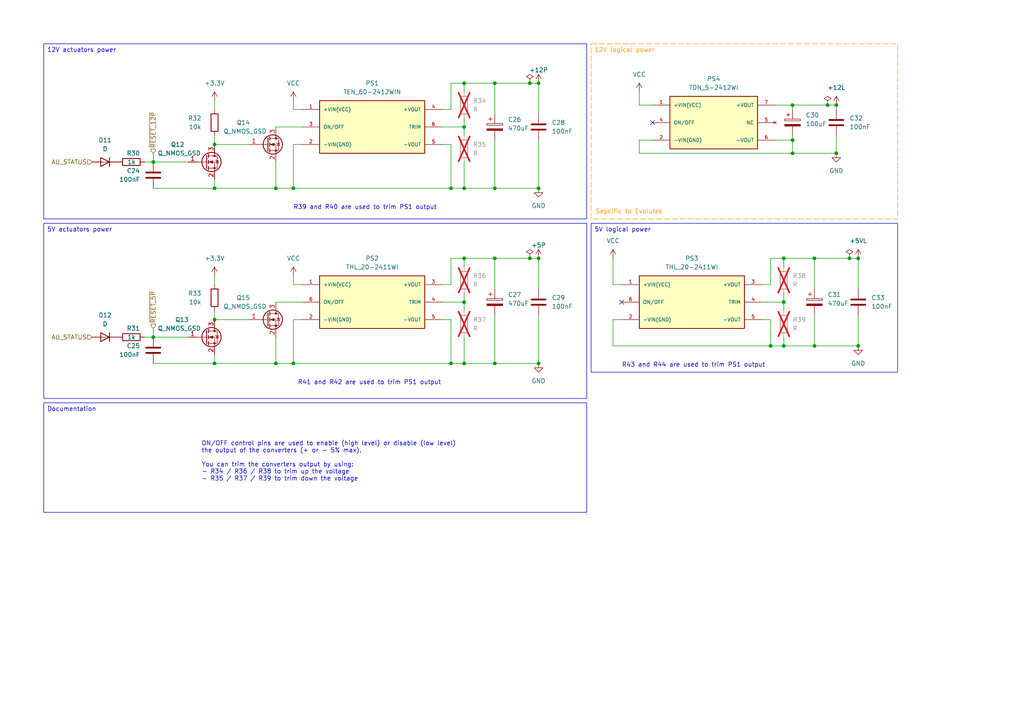
<source format=kicad_sch>
(kicad_sch (version 20230121) (generator eeschema)
  (paper "A4")
  (title_block (title "Carte Alim") (date "2025-01-15") (rev "V5.1"))
  (lib_symbols
    (symbol "ComponentsEvo:TDN_5-2412WI" (pin_names (offset 1.016))
      (property "Reference" "PS" (at -12.7 8.128 0))
      (property "Value" "TDN_5-2412WI" (at -12.7 -10.16 0))
      (symbol "TDN_5-2412WI_0_0"
        (rectangle (start -12.7 -7.62) (end 12.7 7.62) (stroke (width 0.254)) (fill (type background)))
        (pin input line (at -17.78 5.08 0) (length 5.08) (name "+VIN(VCC)") (number "1"))
        (pin input line (at -17.78 -5.08 0) (length 5.08) (name "-VIN(GND)") (number "2"))
        (pin input line (at -17.78 0 0) (length 5.08) (name "ON/OFF") (number "4"))
        (pin no_connect line (at 17.78 0 180) (length 5.08) (name "NC") (number "5"))
        (pin output line (at 17.78 -5.08 180) (length 5.08) (name "-VOUT") (number "6"))
        (pin output line (at 17.78 5.08 180) (length 5.08) (name "+VOUT") (number "7"))
      )
    )
    (symbol "ComponentsEvo:TEN_60-2412WIN" (pin_names (offset 1.016))
      (property "Reference" "PS" (at -15.24 10.16 0))
      (property "Value" "TEN_60-2412WIN" (at -15.24 -10.16 0))
      (symbol "TEN_60-2412WIN_0_0"
        (rectangle (start -15.24 -7.62) (end 15.24 7.62) (stroke (width 0.254)) (fill (type background)))
        (pin input line (at -20.32 5.08 0) (length 5.08) (name "+VIN(VCC)") (number "1"))
        (pin input line (at -20.32 -5.08 0) (length 5.08) (name "-VIN(GND)") (number "2"))
        (pin input line (at -20.32 0 0) (length 5.08) (name "ON/OFF") (number "3"))
        (pin output line (at 20.32 5.08 180) (length 5.08) (name "+VOUT") (number "4"))
        (pin output line (at 20.32 -5.08 180) (length 5.08) (name "-VOUT") (number "5"))
        (pin passive line (at 20.32 0 180) (length 5.08) (name "TRIM") (number "6"))
      )
    )
    (symbol "ComponentsEvo:THL_20-2411WI" (pin_names (offset 1.016))
      (property "Reference" "PS" (at -15.24 8.382 0))
      (property "Value" "THL_20-2411WI" (at -15.24 -10.16 0))
      (symbol "THL_20-2411WI_0_0"
        (rectangle (start -15.24 -7.62) (end 15.24 7.62) (stroke (width 0.254)) (fill (type background)))
        (pin input line (at -20.32 5.08 0) (length 5.08) (name "+VIN(VCC)") (number "1"))
        (pin input line (at -20.32 -5.08 0) (length 5.08) (name "-VIN(GND)") (number "2"))
        (pin output line (at 20.32 5.08 180) (length 5.08) (name "+VOUT") (number "3"))
        (pin passive line (at 20.32 0 180) (length 5.08) (name "TRIM") (number "4"))
        (pin output line (at 20.32 -5.08 180) (length 5.08) (name "-VOUT") (number "5"))
        (pin input line (at -20.32 0 0) (length 5.08) (name "ON/OFF") (number "6"))
      )
    )
    (symbol "Device:C" (pin_numbers hide) (pin_names (offset 0.254))
      (property "Reference" "C" (at 0.635 2.54 0))
      (property "Value" "C" (at 0.635 -2.54 0))
      (symbol "C_0_1"
        (polyline (pts (xy -2.032 -0.762) (xy 2.032 -0.762)) (stroke (width 0.508)))
        (polyline (pts (xy -2.032 0.762) (xy 2.032 0.762)) (stroke (width 0.508)))
      )
      (symbol "C_1_1"
        (pin passive line (at 0 3.81 270) (length 2.794) (name "~") (number "1"))
        (pin passive line (at 0 -3.81 90) (length 2.794) (name "~") (number "2"))
      )
    )
    (symbol "Device:C_Polarized" (pin_numbers hide) (pin_names (offset 0.254))
      (property "Reference" "C" (at 0.635 2.54 0))
      (property "Value" "C_Polarized" (at 0.635 -2.54 0))
      (symbol "C_Polarized_0_1"
        (rectangle (start -2.286 0.508) (end 2.286 1.016))
        (polyline (pts (xy -1.778 2.286) (xy -0.762 2.286)))
        (polyline (pts (xy -1.27 2.794) (xy -1.27 1.778)))
        (rectangle (start 2.286 -0.508) (end -2.286 -1.016) (fill (type outline)))
      )
      (symbol "C_Polarized_1_1"
        (pin passive line (at 0 3.81 270) (length 2.794) (name "~") (number "1"))
        (pin passive line (at 0 -3.81 90) (length 2.794) (name "~") (number "2"))
      )
    )
    (symbol "Device:D" (pin_numbers hide) (pin_names (offset 1.016) hide)
      (property "Reference" "D" (at 0 2.54 0))
      (property "Value" "D" (at 0 -2.54 0))
      (symbol "D_0_1"
        (polyline (pts (xy -1.27 1.27) (xy -1.27 -1.27)) (stroke (width 0.254)))
        (polyline (pts (xy 1.27 0) (xy -1.27 0)))
        (polyline (pts (xy 1.27 1.27) (xy 1.27 -1.27) (xy -1.27 0) (xy 1.27 1.27)) (stroke (width 0.254)))
      )
      (symbol "D_1_1"
        (pin passive line (at -3.81 0 0) (length 2.54) (name "K") (number "1"))
        (pin passive line (at 3.81 0 180) (length 2.54) (name "A") (number "2"))
      )
    )
    (symbol "Device:Q_NMOS_GSD" (pin_names (offset 0) hide)
      (property "Reference" "Q" (at 5.08 1.27 0))
      (property "Value" "Q_NMOS_GSD" (at 5.08 -1.27 0))
      (symbol "Q_NMOS_GSD_0_1"
        (polyline (pts (xy 0.254 0) (xy -2.54 0)))
        (polyline (pts (xy 0.254 1.905) (xy 0.254 -1.905)) (stroke (width 0.254)))
        (polyline (pts (xy 0.762 -1.27) (xy 0.762 -2.286)) (stroke (width 0.254)))
        (polyline (pts (xy 0.762 0.508) (xy 0.762 -0.508)) (stroke (width 0.254)))
        (polyline (pts (xy 0.762 2.286) (xy 0.762 1.27)) (stroke (width 0.254)))
        (polyline (pts (xy 2.54 2.54) (xy 2.54 1.778)))
        (polyline (pts (xy 2.54 -2.54) (xy 2.54 0) (xy 0.762 0)))
        (polyline (pts (xy 0.762 -1.778) (xy 3.302 -1.778) (xy 3.302 1.778) (xy 0.762 1.778)))
        (polyline (pts (xy 1.016 0) (xy 2.032 0.381) (xy 2.032 -0.381) (xy 1.016 0)) (fill (type outline)))
        (polyline (pts (xy 2.794 0.508) (xy 2.921 0.381) (xy 3.683 0.381) (xy 3.81 0.254)))
        (polyline (pts (xy 3.302 0.381) (xy 2.921 -0.254) (xy 3.683 -0.254) (xy 3.302 0.381)))
        (circle (center 1.651 0) (radius 2.794) (stroke (width 0.254)))
        (circle (center 2.54 -1.778) (radius 0.254) (fill (type outline)))
        (circle (center 2.54 1.778) (radius 0.254) (fill (type outline)))
      )
      (symbol "Q_NMOS_GSD_1_1"
        (pin input line (at -5.08 0 0) (length 2.54) (name "G") (number "1"))
        (pin passive line (at 2.54 -5.08 90) (length 2.54) (name "S") (number "2"))
        (pin passive line (at 2.54 5.08 270) (length 2.54) (name "D") (number "3"))
      )
    )
    (symbol "Device:R" (pin_numbers hide) (pin_names (offset 0))
      (property "Reference" "R" (at 2.032 0 90))
      (property "Value" "R" (at 0 0 90))
      (symbol "R_0_1"
        (rectangle (start -1.016 -2.54) (end 1.016 2.54) (stroke (width 0.254)))
      )
      (symbol "R_1_1"
        (pin passive line (at 0 3.81 270) (length 1.27) (name "~") (number "1"))
        (pin passive line (at 0 -3.81 90) (length 1.27) (name "~") (number "2"))
      )
    )
    (symbol "power:+12L" (power) (pin_names (offset 0))
      (property "Value" "+12L" (at 0 3.556 0))
      (symbol "+12L_0_1"
        (polyline (pts (xy -0.762 1.27) (xy 0 2.54)))
        (polyline (pts (xy 0 0) (xy 0 2.54)))
        (polyline (pts (xy 0 2.54) (xy 0.762 1.27)))
      )
      (symbol "+12L_1_1"
        (pin power_in line (at 0 0 90) (length 0) hide (name "+12L") (number "1"))
      )
    )
    (symbol "power:+12P" (power) (pin_names (offset 0))
      (property "Value" "+12P" (at 0 3.556 0))
      (symbol "+12P_0_1"
        (polyline (pts (xy -0.762 1.27) (xy 0 2.54)))
        (polyline (pts (xy 0 0) (xy 0 2.54)))
        (polyline (pts (xy 0 2.54) (xy 0.762 1.27)))
      )
      (symbol "+12P_1_1"
        (pin power_in line (at 0 0 90) (length 0) hide (name "+12P") (number "1"))
      )
    )
    (symbol "power:+3.3V" (power) (pin_names (offset 0))
      (property "Value" "+3.3V" (at 0 3.556 0))
      (symbol "+3.3V_0_1"
        (polyline (pts (xy -0.762 1.27) (xy 0 2.54)))
        (polyline (pts (xy 0 0) (xy 0 2.54)))
        (polyline (pts (xy 0 2.54) (xy 0.762 1.27)))
      )
      (symbol "+3.3V_1_1"
        (pin power_in line (at 0 0 90) (length 0) hide (name "+3.3V") (number "1"))
      )
    )
    (symbol "power:+5P" (power) (pin_names (offset 0))
      (property "Value" "+5P" (at 0 3.556 0))
      (symbol "+5P_0_1"
        (polyline (pts (xy -0.762 1.27) (xy 0 2.54)))
        (polyline (pts (xy 0 0) (xy 0 2.54)))
        (polyline (pts (xy 0 2.54) (xy 0.762 1.27)))
      )
      (symbol "+5P_1_1"
        (pin power_in line (at 0 0 90) (length 0) hide (name "+5P") (number "1"))
      )
    )
    (symbol "power:+5VL" (power) (pin_names (offset 0))
      (property "Value" "+5VL" (at 0 3.556 0))
      (symbol "+5VL_0_1"
        (polyline (pts (xy -0.762 1.27) (xy 0 2.54)))
        (polyline (pts (xy 0 0) (xy 0 2.54)))
        (polyline (pts (xy 0 2.54) (xy 0.762 1.27)))
      )
      (symbol "+5VL_1_1"
        (pin power_in line (at 0 0 90) (length 0) hide (name "+5VL") (number "1"))
      )
    )
    (symbol "power:GND" (power) (pin_names (offset 0))
      (property "Value" "GND" (at 0 -3.81 0))
      (symbol "GND_0_1"
        (polyline (pts (xy 0 0) (xy 0 -1.27) (xy 1.27 -1.27) (xy 0 -2.54) (xy -1.27 -1.27) (xy 0 -1.27)))
      )
      (symbol "GND_1_1"
        (pin power_in line (at 0 0 270) (length 0) hide (name "GND") (number "1"))
      )
    )
    (symbol "power:PWR_FLAG" (power) (pin_numbers hide) (pin_names (offset 0) hide)
      (property "Value" "PWR_FLAG" (at 0 3.81 0))
      (symbol "PWR_FLAG_0_0"
        (pin power_out line (at 0 0 90) (length 0) (name "pwr") (number "1"))
      )
      (symbol "PWR_FLAG_0_1"
        (polyline (pts (xy 0 0) (xy 0 1.27) (xy -1.016 1.905) (xy 0 2.54) (xy 1.016 1.905) (xy 0 1.27)))
      )
    )
    (symbol "power:VCC" (power) (pin_names (offset 0))
      (property "Value" "VCC" (at 0 3.81 0))
      (symbol "VCC_0_1"
        (polyline (pts (xy -0.762 1.27) (xy 0 2.54)))
        (polyline (pts (xy 0 0) (xy 0 2.54)))
        (polyline (pts (xy 0 2.54) (xy 0.762 1.27)))
      )
      (symbol "VCC_1_1"
        (pin power_in line (at 0 0 90) (length 0) hide (name "VCC") (number "1"))
      )
    )
  )
  (junction (at 143.51 105.41))
  (junction (at 229.87 30.48))
  (junction (at 134.62 87.63))
  (junction (at 143.51 54.61))
  (junction (at 134.62 105.41))
  (junction (at 248.92 100.33))
  (junction (at 130.81 54.61))
  (junction (at 240.03 30.48))
  (junction (at 143.51 74.93))
  (junction (at 156.21 74.93))
  (junction (at 223.52 100.33))
  (junction (at 227.33 74.93))
  (junction (at 44.45 97.79))
  (junction (at 246.38 74.93))
  (junction (at 134.62 54.61))
  (junction (at 80.01 105.41))
  (junction (at 134.62 36.83))
  (junction (at 62.23 92.71))
  (junction (at 153.67 74.93))
  (junction (at 156.21 54.61))
  (junction (at 62.23 54.61))
  (junction (at 80.01 54.61))
  (junction (at 236.22 100.33))
  (junction (at 62.23 41.91))
  (junction (at 227.33 87.63))
  (junction (at 248.92 74.93))
  (junction (at 242.57 44.45))
  (junction (at 134.62 24.13))
  (junction (at 85.09 105.41))
  (junction (at 229.87 40.64))
  (junction (at 134.62 74.93))
  (junction (at 44.45 46.99))
  (junction (at 229.87 44.45))
  (junction (at 156.21 105.41))
  (junction (at 143.51 24.13))
  (junction (at 242.57 30.48))
  (junction (at 236.22 74.93))
  (junction (at 62.23 105.41))
  (junction (at 130.81 105.41))
  (junction (at 153.67 24.13))
  (junction (at 156.21 24.13))
  (junction (at 85.09 54.61))
  (junction (at 227.33 100.33))
  (no_connect (at 180.34 87.63))
  (no_connect (at 189.23 35.56))
  (wire (pts (xy 224.79 30.48) (xy 229.87 30.48)))
  (wire (pts (xy 85.09 92.71) (xy 85.09 105.41)))
  (wire (pts (xy 72.39 41.91) (xy 62.23 41.91)))
  (wire (pts (xy 80.01 54.61) (xy 85.09 54.61)))
  (wire (pts (xy 85.09 80.01) (xy 85.09 82.55)))
  (wire (pts (xy 80.01 46.99) (xy 80.01 54.61)))
  (wire (pts (xy 242.57 44.45) (xy 242.57 39.37)))
  (wire (pts (xy 44.45 54.61) (xy 62.23 54.61)))
  (wire (pts (xy 143.51 54.61) (xy 156.21 54.61)))
  (wire (pts (xy 248.92 74.93) (xy 248.92 83.82)))
  (wire (pts (xy 85.09 41.91) (xy 85.09 54.61)))
  (wire (pts (xy 236.22 91.44) (xy 236.22 100.33)))
  (wire (pts (xy 156.21 24.13) (xy 156.21 33.02)))
  (wire (pts (xy 156.21 40.64) (xy 156.21 54.61)))
  (wire (pts (xy 223.52 92.71) (xy 223.52 100.33)))
  (wire (pts (xy 223.52 100.33) (xy 227.33 100.33)))
  (wire (pts (xy 236.22 100.33) (xy 227.33 100.33)))
  (wire (pts (xy 229.87 40.64) (xy 229.87 39.37)))
  (wire (pts (xy 44.45 95.25) (xy 44.45 97.79)))
  (wire (pts (xy 220.98 87.63) (xy 227.33 87.63)))
  (wire (pts (xy 180.34 92.71) (xy 177.8 92.71)))
  (wire (pts (xy 143.51 24.13) (xy 143.51 33.02)))
  (wire (pts (xy 220.98 92.71) (xy 223.52 92.71)))
  (wire (pts (xy 62.23 82.55) (xy 62.23 80.01)))
  (wire (pts (xy 130.81 54.61) (xy 134.62 54.61)))
  (wire (pts (xy 134.62 74.93) (xy 143.51 74.93)))
  (wire (pts (xy 62.23 52.07) (xy 62.23 54.61)))
  (wire (pts (xy 134.62 34.29) (xy 134.62 36.83)))
  (wire (pts (xy 134.62 74.93) (xy 134.62 77.47)))
  (wire (pts (xy 134.62 85.09) (xy 134.62 87.63)))
  (wire (pts (xy 62.23 29.21) (xy 62.23 31.75)))
  (wire (pts (xy 229.87 30.48) (xy 240.03 30.48)))
  (wire (pts (xy 134.62 24.13) (xy 134.62 26.67)))
  (wire (pts (xy 85.09 54.61) (xy 130.81 54.61)))
  (wire (pts (xy 185.42 44.45) (xy 185.42 40.64)))
  (wire (pts (xy 87.63 41.91) (xy 85.09 41.91)))
  (wire (pts (xy 223.52 74.93) (xy 223.52 82.55)))
  (wire (pts (xy 143.51 74.93) (xy 143.51 83.82)))
  (wire (pts (xy 130.81 74.93) (xy 130.81 82.55)))
  (wire (pts (xy 185.42 30.48) (xy 189.23 30.48)))
  (wire (pts (xy 134.62 54.61) (xy 143.51 54.61)))
  (wire (pts (xy 128.27 36.83) (xy 134.62 36.83)))
  (wire (pts (xy 134.62 105.41) (xy 143.51 105.41)))
  (wire (pts (xy 223.52 100.33) (xy 177.8 100.33)))
  (wire (pts (xy 130.81 105.41) (xy 134.62 105.41)))
  (wire (pts (xy 80.01 97.79) (xy 80.01 105.41)))
  (wire (pts (xy 134.62 39.37) (xy 134.62 36.83)))
  (wire (pts (xy 80.01 87.63) (xy 87.63 87.63)))
  (wire (pts (xy 220.98 82.55) (xy 223.52 82.55)))
  (wire (pts (xy 153.67 24.13) (xy 143.51 24.13)))
  (wire (pts (xy 156.21 91.44) (xy 156.21 105.41)))
  (wire (pts (xy 62.23 41.91) (xy 62.23 39.37)))
  (wire (pts (xy 87.63 92.71) (xy 85.09 92.71)))
  (wire (pts (xy 44.45 44.45) (xy 44.45 46.99)))
  (wire (pts (xy 62.23 90.17) (xy 62.23 92.71)))
  (wire (pts (xy 248.92 74.93) (xy 246.38 74.93)))
  (wire (pts (xy 143.51 105.41) (xy 156.21 105.41)))
  (wire (pts (xy 62.23 92.71) (xy 72.39 92.71)))
  (wire (pts (xy 85.09 82.55) (xy 87.63 82.55)))
  (wire (pts (xy 224.79 40.64) (xy 229.87 40.64)))
  (wire (pts (xy 227.33 90.17) (xy 227.33 87.63)))
  (wire (pts (xy 248.92 100.33) (xy 248.92 91.44)))
  (wire (pts (xy 130.81 92.71) (xy 130.81 105.41)))
  (wire (pts (xy 177.8 74.93) (xy 177.8 82.55)))
  (wire (pts (xy 227.33 74.93) (xy 236.22 74.93)))
  (wire (pts (xy 229.87 30.48) (xy 229.87 31.75)))
  (wire (pts (xy 227.33 74.93) (xy 227.33 77.47)))
  (wire (pts (xy 134.62 97.79) (xy 134.62 105.41)))
  (wire (pts (xy 85.09 31.75) (xy 87.63 31.75)))
  (wire (pts (xy 44.45 105.41) (xy 62.23 105.41)))
  (wire (pts (xy 240.03 30.48) (xy 242.57 30.48)))
  (wire (pts (xy 185.42 26.67) (xy 185.42 30.48)))
  (wire (pts (xy 143.51 40.64) (xy 143.51 54.61)))
  (wire (pts (xy 134.62 46.99) (xy 134.62 54.61)))
  (wire (pts (xy 80.01 105.41) (xy 85.09 105.41)))
  (wire (pts (xy 62.23 54.61) (xy 80.01 54.61)))
  (wire (pts (xy 223.52 74.93) (xy 227.33 74.93)))
  (wire (pts (xy 227.33 85.09) (xy 227.33 87.63)))
  (wire (pts (xy 130.81 31.75) (xy 130.81 24.13)))
  (wire (pts (xy 62.23 102.87) (xy 62.23 105.41)))
  (wire (pts (xy 85.09 29.21) (xy 85.09 31.75)))
  (wire (pts (xy 128.27 41.91) (xy 130.81 41.91)))
  (wire (pts (xy 85.09 105.41) (xy 130.81 105.41)))
  (wire (pts (xy 156.21 24.13) (xy 153.67 24.13)))
  (wire (pts (xy 153.67 74.93) (xy 143.51 74.93)))
  (wire (pts (xy 177.8 92.71) (xy 177.8 100.33)))
  (wire (pts (xy 44.45 46.99) (xy 54.61 46.99)))
  (wire (pts (xy 227.33 100.33) (xy 227.33 97.79)))
  (wire (pts (xy 128.27 31.75) (xy 130.81 31.75)))
  (wire (pts (xy 128.27 87.63) (xy 134.62 87.63)))
  (wire (pts (xy 41.91 46.99) (xy 44.45 46.99)))
  (wire (pts (xy 229.87 44.45) (xy 229.87 40.64)))
  (wire (pts (xy 130.81 41.91) (xy 130.81 54.61)))
  (wire (pts (xy 134.62 90.17) (xy 134.62 87.63)))
  (wire (pts (xy 156.21 74.93) (xy 156.21 83.82)))
  (wire (pts (xy 185.42 40.64) (xy 189.23 40.64)))
  (wire (pts (xy 236.22 100.33) (xy 248.92 100.33)))
  (wire (pts (xy 177.8 82.55) (xy 180.34 82.55)))
  (wire (pts (xy 242.57 30.48) (xy 242.57 31.75)))
  (wire (pts (xy 242.57 44.45) (xy 229.87 44.45)))
  (wire (pts (xy 62.23 105.41) (xy 80.01 105.41)))
  (wire (pts (xy 128.27 92.71) (xy 130.81 92.71)))
  (wire (pts (xy 229.87 44.45) (xy 185.42 44.45)))
  (wire (pts (xy 130.81 74.93) (xy 134.62 74.93)))
  (wire (pts (xy 44.45 97.79) (xy 54.61 97.79)))
  (wire (pts (xy 134.62 24.13) (xy 143.51 24.13)))
  (wire (pts (xy 156.21 74.93) (xy 153.67 74.93)))
  (wire (pts (xy 236.22 74.93) (xy 236.22 83.82)))
  (wire (pts (xy 143.51 91.44) (xy 143.51 105.41)))
  (wire (pts (xy 80.01 36.83) (xy 87.63 36.83)))
  (wire (pts (xy 246.38 74.93) (xy 236.22 74.93)))
  (wire (pts (xy 41.91 97.79) (xy 44.45 97.79)))
  (wire (pts (xy 128.27 82.55) (xy 130.81 82.55)))
  (wire (pts (xy 130.81 24.13) (xy 134.62 24.13)))
  (text_box "Documentation" (at 12.7 116.84 0) (size 157.48 31.75) (effects (font (size 1.27 1.27)) (justify left top)))
  (text_box "12V actuators power" (at 12.7 12.7 0) (size 157.48 50.8) (effects (font (size 1.27 1.27)) (justify left top)))
  (text_box "5V actuators power" (at 12.7 64.77 0) (size 157.48 50.8) (effects (font (size 1.27 1.27)) (justify left top)))
  (text_box "5V logical power" (at 171.45 64.77 0) (size 88.9 43.18) (effects (font (size 1.27 1.27)) (justify left top)))
  (text_box "12V logical power" (at 171.45 12.7 0) (size 88.9 50.8) (stroke (width 0) (type dash) (color 255 153 0 1)) (effects (font (size 1.27 1.27)) (justify left top)))
  (text "ON/OFF control pins are used to enable (high level) or disable (low level)\nthe output of the converters (+ or - 5% max).\n\nYou can trim the converters output by using:\n- R34 / R36 / R38 to trim up the voltage\n- R35 / R37 / R39 to trim down the voltage" (at 58.42 139.7 0) (effects (font (size 1.27 1.27)) (justify left bottom)))
  (text "R43 and R44 are used to trim PS1 output" (at 180.34 106.68 0) (effects (font (size 1.27 1.27)) (justify left bottom)))
  (text "Sepcific to Evolutek" (at 172.72 62.23 0) (effects (font (size 1.27 1.27)) (justify left bottom)))
  (text "R41 and R42 are used to trim PS1 output" (at 86.36 111.76 0) (effects (font (size 1.27 1.27)) (justify left bottom)))
  (text "R39 and R40 are used to trim PS1 output" (at 85.09 60.96 0) (effects (font (size 1.27 1.27)) (justify left bottom)))
  (hierarchical_label "~{RESET_5P}" (shape input) (at 44.45 95.25 90))
  (hierarchical_label "AU_STATUS" (shape input) (at 26.67 46.99 180))
  (hierarchical_label "AU_STATUS" (shape input) (at 26.67 97.79 180))
  (hierarchical_label "~{RESET_12P}" (shape input) (at 44.45 44.45 90))
  (symbol (lib_id "power:+3.3V") (at 62.23 29.21 0) (unit 1)
    (property "Reference" "#PWR038" (effects hide))
    (property "Value" "+3.3V" (at 62.23 24.13 0))
  )
  (symbol (lib_id "power:VCC") (at 185.42 26.67 0) (unit 1)
    (property "Reference" "#PWR047" (effects hide))
    (property "Value" "VCC" (at 185.42 21.59 0))
  )
  (symbol (lib_id "Device:D") (at 30.48 97.79 180) (unit 1)
    (property "Reference" "D12" (at 30.48 91.44 0))
    (property "Value" "D" (at 30.48 93.98 0))
    (property "Footprint" "Diode_SMD:D_SOD-523" (effects hide))
    (property "Sim.Device" "D" (effects hide))
    (property "Sim.Pins" "1=K 2=A" (effects hide))
  )
  (symbol (lib_id "Device:R") (at 38.1 97.79 90) (mirror x) (unit 1)
    (property "Reference" "R31" (at 40.64 95.25 90) (effects (justify left)))
    (property "Value" "1k" (at 39.37 97.79 90) (effects (justify left)))
    (property "Footprint" "Resistor_SMD:R_0603_1608Metric" (effects hide))
  )
  (symbol (lib_id "Device:R") (at 134.62 30.48 0) (unit 1) (in_bom no) (dnp yes)
    (property "Reference" "R34" (at 137.16 29.21 0) (effects (justify left)))
    (property "Value" "R" (at 137.16 31.75 0) (effects (justify left)))
    (property "Footprint" "Resistor_SMD:R_0603_1608Metric" (effects hide))
  )
  (symbol (lib_id "Device:C") (at 44.45 50.8 0) (mirror y) (unit 1)
    (property "Reference" "C24" (at 40.64 49.53 0) (effects (justify left)))
    (property "Value" "100nF" (at 40.64 52.07 0) (effects (justify left)))
    (property "Footprint" "Capacitor_SMD:C_0603_1608Metric" (effects hide))
  )
  (symbol (lib_id "power:VCC") (at 85.09 29.21 0) (unit 1)
    (property "Reference" "#PWR040" (effects hide))
    (property "Value" "VCC" (at 85.09 24.13 0))
  )
  (symbol (lib_id "Device:C_Polarized") (at 229.87 35.56 0) (unit 1)
    (property "Reference" "C30" (at 233.68 33.401 0) (effects (justify left)))
    (property "Value" "100uF" (at 233.68 35.941 0) (effects (justify left)))
    (property "Footprint" "Capacitor_SMD:CP_Elec_6.3x7.7" (effects hide))
  )
  (symbol (lib_id "power:GND") (at 242.57 44.45 0) (unit 1)
    (property "Reference" "#PWR049" (effects hide))
    (property "Value" "GND" (at 242.57 49.53 0))
  )
  (symbol (lib_id "Device:R") (at 227.33 81.28 0) (unit 1) (in_bom no) (dnp yes)
    (property "Reference" "R38" (at 229.87 80.01 0) (effects (justify left)))
    (property "Value" "R" (at 229.87 82.55 0) (effects (justify left)))
    (property "Footprint" "Resistor_SMD:R_0603_1608Metric" (effects hide))
  )
  (symbol (lib_id "power:+3.3V") (at 62.23 80.01 0) (unit 1)
    (property "Reference" "#PWR039" (effects hide))
    (property "Value" "+3.3V" (at 62.23 74.93 0))
  )
  (symbol (lib_id "Device:Q_NMOS_GSD") (at 77.47 41.91 0) (unit 1)
    (property "Reference" "Q14" (at 68.58 35.56 0) (effects (justify left)))
    (property "Value" "Q_NMOS_GSD" (at 64.77 38.1 0) (effects (justify left)))
    (property "Footprint" "Package_TO_SOT_SMD:SOT-23" (effects hide))
  )
  (symbol (lib_id "Device:R") (at 134.62 81.28 0) (unit 1) (in_bom no) (dnp yes)
    (property "Reference" "R36" (at 137.16 80.01 0) (effects (justify left)))
    (property "Value" "R" (at 137.16 82.55 0) (effects (justify left)))
    (property "Footprint" "Resistor_SMD:R_0603_1608Metric" (effects hide))
  )
  (symbol (lib_id "power:+12L") (at 242.57 30.48 0) (unit 1)
    (property "Reference" "#PWR048" (effects hide))
    (property "Value" "+12L" (at 242.57 25.4 0))
  )
  (symbol (lib_id "Device:R") (at 62.23 86.36 0) (mirror y) (unit 1)
    (property "Reference" "R33" (at 58.42 85.09 0) (effects (justify left)))
    (property "Value" "10k" (at 58.42 87.63 0) (effects (justify left)))
    (property "Footprint" "Resistor_SMD:R_0603_1608Metric" (effects hide))
  )
  (symbol (lib_id "ComponentsEvo:TDN_5-2412WI") (at 207.01 35.56 0) (unit 1)
    (property "Reference" "PS4" (at 207.01 22.86 0))
    (property "Value" "TDN_5-2412WI" (at 207.01 25.4 0))
    (property "Footprint" "ComponentsEvo:TRACO_CONV_TDN" (effects hide))
    (property "MANUFACTURER" "Traco Power" (effects hide))
    (property "STANDARD" "IPC 7351B" (effects hide))
    (property "MAXIMUM_PACKAGE_HEIGHT" "10.7 mm" (effects hide))
    (property "PARTREV" "May 18, 2020" (effects hide))
  )
  (symbol (lib_id "power:PWR_FLAG") (at 246.38 74.93 0) (unit 1)
    (property "Reference" "#FLG08" (effects hide))
    (property "Value" "PWR_FLAG" (effects hide))
  )
  (symbol (lib_id "power:PWR_FLAG") (at 240.03 30.48 0) (unit 1)
    (property "Reference" "#FLG07" (effects hide))
    (property "Value" "PWR_FLAG" (effects hide))
  )
  (symbol (lib_id "Device:R") (at 134.62 93.98 0) (unit 1) (in_bom no) (dnp yes)
    (property "Reference" "R37" (at 137.16 92.71 0) (effects (justify left)))
    (property "Value" "R" (at 137.16 95.25 0) (effects (justify left)))
    (property "Footprint" "Resistor_SMD:R_0603_1608Metric" (effects hide))
  )
  (symbol (lib_id "power:VCC") (at 177.8 74.93 0) (unit 1)
    (property "Reference" "#PWR046" (effects hide))
    (property "Value" "VCC" (at 177.8 69.85 0))
  )
  (symbol (lib_id "Device:R") (at 38.1 46.99 90) (mirror x) (unit 1)
    (property "Reference" "R30" (at 40.64 44.45 90) (effects (justify left)))
    (property "Value" "1k" (at 39.37 46.99 90) (effects (justify left)))
    (property "Footprint" "Resistor_SMD:R_0603_1608Metric" (effects hide))
  )
  (symbol (lib_id "Device:C") (at 156.21 87.63 0) (unit 1)
    (property "Reference" "C29" (at 160.02 86.36 0) (effects (justify left)))
    (property "Value" "100nF" (at 160.02 88.9 0) (effects (justify left)))
    (property "Footprint" "Capacitor_SMD:C_0603_1608Metric" (effects hide))
  )
  (symbol (lib_id "Device:R") (at 227.33 93.98 0) (unit 1) (in_bom no) (dnp yes)
    (property "Reference" "R39" (at 229.87 92.71 0) (effects (justify left)))
    (property "Value" "R" (at 229.87 95.25 0) (effects (justify left)))
    (property "Footprint" "Resistor_SMD:R_0603_1608Metric" (effects hide))
  )
  (symbol (lib_id "power:VCC") (at 85.09 80.01 0) (unit 1)
    (property "Reference" "#PWR041" (effects hide))
    (property "Value" "VCC" (at 85.09 74.93 0))
  )
  (symbol (lib_id "power:GND") (at 156.21 105.41 0) (unit 1)
    (property "Reference" "#PWR045" (effects hide))
    (property "Value" "GND" (at 156.21 110.49 0))
  )
  (symbol (lib_id "power:PWR_FLAG") (at 153.67 24.13 0) (unit 1)
    (property "Reference" "#FLG05" (effects hide))
    (property "Value" "PWR_FLAG" (effects hide))
  )
  (symbol (lib_id "Device:C_Polarized") (at 143.51 36.83 0) (unit 1)
    (property "Reference" "C26" (at 147.32 34.671 0) (effects (justify left)))
    (property "Value" "470uF" (at 147.32 37.211 0) (effects (justify left)))
    (property "Footprint" "Capacitor_THT:CP_Radial_D10.0mm_P5.00mm" (effects hide))
  )
  (symbol (lib_id "Device:R") (at 62.23 35.56 0) (mirror y) (unit 1)
    (property "Reference" "R32" (at 58.42 34.29 0) (effects (justify left)))
    (property "Value" "10k" (at 58.42 36.83 0) (effects (justify left)))
    (property "Footprint" "Resistor_SMD:R_0603_1608Metric" (effects hide))
  )
  (symbol (lib_id "power:GND") (at 248.92 100.33 0) (unit 1)
    (property "Reference" "#PWR051" (effects hide))
    (property "Value" "GND" (at 248.92 105.41 0))
  )
  (symbol (lib_id "Device:Q_NMOS_GSD") (at 77.47 92.71 0) (unit 1)
    (property "Reference" "Q15" (at 68.58 86.36 0) (effects (justify left)))
    (property "Value" "Q_NMOS_GSD" (at 64.77 88.9 0) (effects (justify left)))
    (property "Footprint" "Package_TO_SOT_SMD:SOT-23" (effects hide))
  )
  (symbol (lib_id "Device:Q_NMOS_GSD") (at 59.69 46.99 0) (unit 1)
    (property "Reference" "Q12" (at 49.53 41.91 0) (effects (justify left)))
    (property "Value" "Q_NMOS_GSD" (at 45.72 44.45 0) (effects (justify left)))
    (property "Footprint" "Package_TO_SOT_SMD:SOT-23" (effects hide))
  )
  (symbol (lib_id "power:+5VL") (at 248.92 74.93 0) (unit 1)
    (property "Reference" "#PWR050" (effects hide))
    (property "Value" "+5VL" (at 248.92 69.85 0))
  )
  (symbol (lib_id "power:+12P") (at 156.21 24.13 0) (unit 1)
    (property "Reference" "#PWR042" (effects hide))
    (property "Value" "+12P" (at 156.21 20.32 0))
  )
  (symbol (lib_id "power:GND") (at 156.21 54.61 0) (unit 1)
    (property "Reference" "#PWR043" (effects hide))
    (property "Value" "GND" (at 156.21 59.69 0))
  )
  (symbol (lib_id "Device:C_Polarized") (at 236.22 87.63 0) (unit 1)
    (property "Reference" "C31" (at 240.03 85.471 0) (effects (justify left)))
    (property "Value" "470uF" (at 240.03 88.011 0) (effects (justify left)))
    (property "Footprint" "Capacitor_THT:CP_Radial_D10.0mm_P5.00mm" (effects hide))
  )
  (symbol (lib_id "Device:R") (at 134.62 43.18 0) (unit 1) (in_bom no) (dnp yes)
    (property "Reference" "R35" (at 137.16 41.91 0) (effects (justify left)))
    (property "Value" "R" (at 137.16 44.45 0) (effects (justify left)))
    (property "Footprint" "Resistor_SMD:R_0603_1608Metric" (effects hide))
  )
  (symbol (lib_id "power:+5P") (at 156.21 74.93 0) (unit 1)
    (property "Reference" "#PWR044" (effects hide))
    (property "Value" "+5P" (at 156.21 71.12 0))
  )
  (symbol (lib_id "ComponentsEvo:THL_20-2411WI") (at 200.66 87.63 0) (unit 1)
    (property "Reference" "PS3" (at 200.66 74.93 0))
    (property "Value" "THL_20-2411WI" (at 200.66 77.47 0))
    (property "Footprint" "ComponentsEvo:TRACO_CONV_THL" (effects hide))
    (property "STANDARD" "Manufacturer Recommendations" (effects hide))
    (property "MANUFACTURER" "Traco Power" (effects hide))
    (property "PARTREV" "Jan 18, 2021" (effects hide))
    (property "MAXIMUM_PACKAGE_HEIGHT" "10.16 mm" (effects hide))
  )
  (symbol (lib_id "Device:C") (at 248.92 87.63 0) (unit 1)
    (property "Reference" "C33" (at 252.73 86.36 0) (effects (justify left)))
    (property "Value" "100nF" (at 252.73 88.9 0) (effects (justify left)))
    (property "Footprint" "Capacitor_SMD:C_0603_1608Metric" (effects hide))
  )
  (symbol (lib_id "Device:Q_NMOS_GSD") (at 59.69 97.79 0) (unit 1)
    (property "Reference" "Q13" (at 50.8 92.71 0) (effects (justify left)))
    (property "Value" "Q_NMOS_GSD" (at 45.72 95.25 0) (effects (justify left)))
    (property "Footprint" "Package_TO_SOT_SMD:SOT-23" (effects hide))
  )
  (symbol (lib_id "Device:D") (at 30.48 46.99 180) (unit 1)
    (property "Reference" "D11" (at 30.48 40.64 0))
    (property "Value" "D" (at 30.48 43.18 0))
    (property "Footprint" "Diode_SMD:D_SOD-523" (effects hide))
    (property "Sim.Device" "D" (effects hide))
    (property "Sim.Pins" "1=K 2=A" (effects hide))
  )
  (symbol (lib_id "Device:C") (at 44.45 101.6 0) (mirror y) (unit 1)
    (property "Reference" "C25" (at 40.64 100.33 0) (effects (justify left)))
    (property "Value" "100nF" (at 40.64 102.87 0) (effects (justify left)))
    (property "Footprint" "Capacitor_SMD:C_0603_1608Metric" (effects hide))
  )
  (symbol (lib_id "Device:C") (at 242.57 35.56 0) (unit 1)
    (property "Reference" "C32" (at 246.38 34.29 0) (effects (justify left)))
    (property "Value" "100nF" (at 246.38 36.83 0) (effects (justify left)))
    (property "Footprint" "Capacitor_SMD:C_0603_1608Metric" (effects hide))
  )
  (symbol (lib_id "Device:C") (at 156.21 36.83 0) (unit 1)
    (property "Reference" "C28" (at 160.02 35.56 0) (effects (justify left)))
    (property "Value" "100nF" (at 160.02 38.1 0) (effects (justify left)))
    (property "Footprint" "Capacitor_SMD:C_0603_1608Metric" (effects hide))
  )
  (symbol (lib_id "ComponentsEvo:TEN_60-2412WIN") (at 107.95 36.83 0) (unit 1)
    (property "Reference" "PS1" (at 107.95 24.13 0))
    (property "Value" "TEN_60-2412WIN" (at 107.95 26.67 0))
    (property "Footprint" "ComponentsEvo:TRACO_CONV_TEN" (effects hide))
    (property "STANDARD" "Manufacturer Recommendations" (effects hide))
    (property "PARTREV" "January 27, 2021" (effects hide))
    (property "MANUFACTURER" "Traco Power" (effects hide))
    (property "MAXIMUM_PACKAGE_HEIGHT" "10.7mm" (effects hide))
  )
  (symbol (lib_id "ComponentsEvo:THL_20-2411WI") (at 107.95 87.63 0) (unit 1)
    (property "Reference" "PS2" (at 107.95 74.93 0))
    (property "Value" "THL_20-2411WI" (at 107.95 77.47 0))
    (property "Footprint" "ComponentsEvo:TRACO_CONV_THL" (effects hide))
    (property "STANDARD" "Manufacturer Recommendations" (effects hide))
    (property "MANUFACTURER" "Traco Power" (effects hide))
    (property "PARTREV" "Jan 18, 2021" (effects hide))
    (property "MAXIMUM_PACKAGE_HEIGHT" "10.16 mm" (effects hide))
  )
  (symbol (lib_id "power:PWR_FLAG") (at 153.67 74.93 0) (unit 1)
    (property "Reference" "#FLG06" (effects hide))
    (property "Value" "PWR_FLAG" (effects hide))
  )
  (symbol (lib_id "Device:C_Polarized") (at 143.51 87.63 0) (unit 1)
    (property "Reference" "C27" (at 147.32 85.471 0) (effects (justify left)))
    (property "Value" "470uF" (at 147.32 88.011 0) (effects (justify left)))
    (property "Footprint" "Capacitor_THT:CP_Radial_D10.0mm_P5.00mm" (effects hide))
  )
)
</source>
